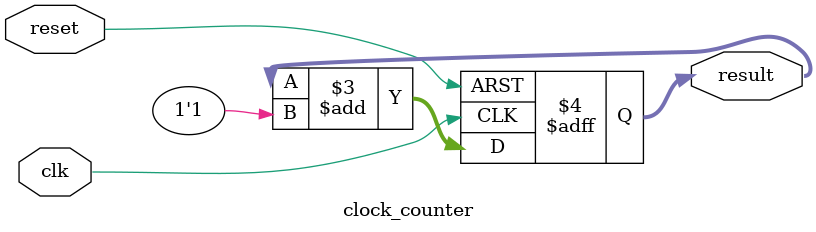
<source format=v>
module clock_counter(input clk, reset,  output reg[WIDTH-1:0] result);

	parameter WIDTH=30;
	//2's power of 26 is 67,108,864.
	// that is 1 second (22̂6/50e6 = 1.34), if count is using CLOCK_50

	always@(posedge clk, negedge reset)
	
	if(!reset)begin
		result<=30'b0;
		
	end else begin
		result<=result+1'b1;
		
	end
endmodule
</source>
